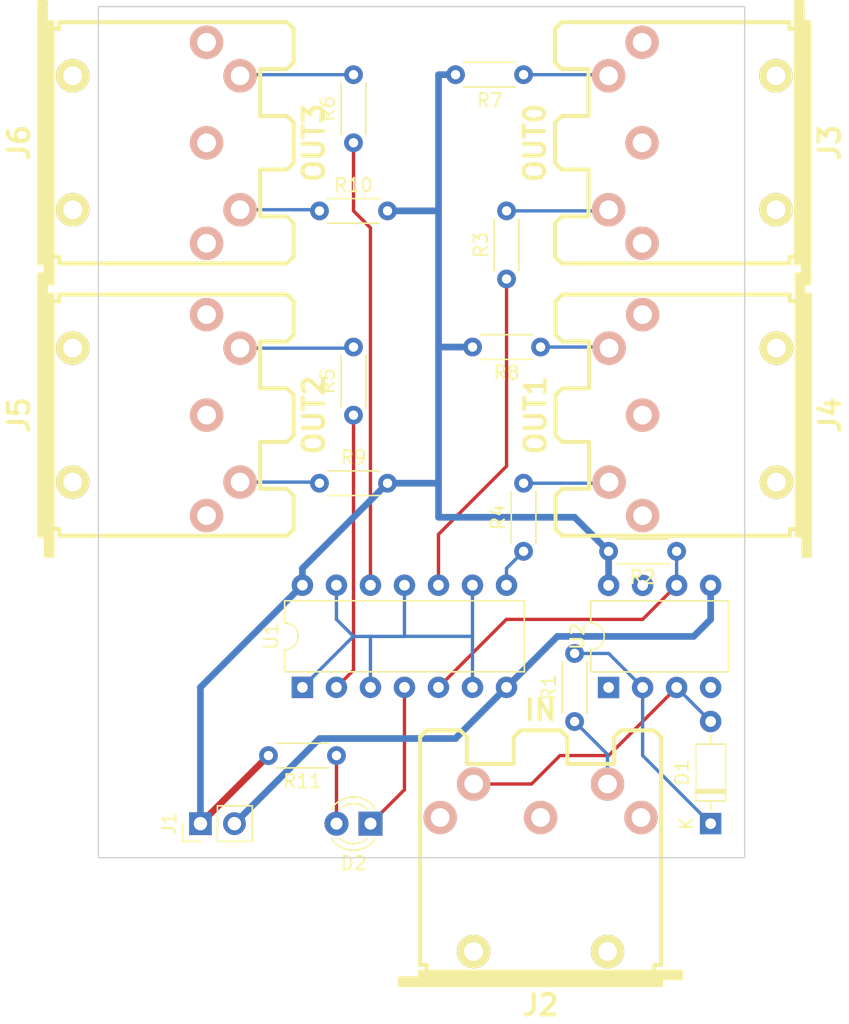
<source format=kicad_pcb>
(kicad_pcb (version 20211014) (generator pcbnew)
  (layers (0 "F.Cu" signal) (31 "B.Cu" signal) (34 "B.Paste" user) (35 "F.Paste" user) (36 "B.SilkS" user "B.Silkscreen") (37 "F.SilkS" user "F.Silkscreen") (38 "B.Mask" user) (39 "F.Mask" user) (44 "Edge.Cuts" user))
  (net 0 "")
  (net 1 "Net-(D1-Pad1)")
  (net 2 "Net-(D1-Pad2)")
  (net 3 "V5V")
  (net 4 "GND")
  (net 5 "Net-(R2-Pad1)")
  (net 10 "Net-(R1-Pad1)")
  (net 14 "Net-(R7-Pad1)")
  (net 17 "Net-(R3-Pad2)")
  (net 19 "Net-(R8-Pad1)")
  (net 22 "Net-(R4-Pad2)")
  (net 24 "Net-(R9-Pad1)")
  (net 27 "Net-(R5-Pad2)")
  (net 29 "Net-(R10-Pad1)")
  (net 32 "Net-(R6-Pad2)")
  (net 33 "Net-(R4-Pad1)")
  (net 34 "Net-(U1-Pad6)")
  (net 35 "Net-(R3-Pad1)")
  (net 36 "Net-(R5-Pad1)")
  (net 37 "Net-(R6-Pad1)")
  (net 38 "Net-(U1-Pad4)")
  (net 39 "Net-(D2-Pad2)")
  (footprint "Resistor_THT:R_Axial_DIN0204_L3.6mm_D1.6mm_P5.08mm_Horizontal" (layer "F.Cu") (at 241.3 66.04 180)
    (fp_text reference "R8" (at 2.54 -1.92) (layer "F.SilkS"))
    (fp_text value "220")
    (fp_line (start 0.62 -0.92) (end 4.46 -0.92) (layer "F.SilkS") (width 0.12))
    (fp_line (start 0.62 0.92) (end 4.46 0.92) (layer "F.SilkS") (width 0.12))
    (pad "1" thru_hole circle (at 0 0 180) (size 1.4 1.4) (drill 0.7) (layers *.Cu *.Mask) (net 19 "Net-(R8-Pad1)"))
    (pad "2" thru_hole oval (at 5.08 0 180) (size 1.4 1.4) (drill 0.7) (layers *.Cu *.Mask) (net 3 "V5V"))
  )
  (footprint "Connector_PinHeader_2.54mm:PinHeader_1x02_P2.54mm_Vertical" (layer "F.Cu") (at 215.9 101.6 90)
    (fp_text reference "J1" (at 0 -2.33 90) (layer "F.SilkS"))
    (fp_text value "PWR")
    (fp_line (start -1.33 1.27) (end 1.33 1.27) (layer "F.SilkS") (width 0.12))
    (fp_line (start -1.33 0) (end -1.33 -1.33) (layer "F.SilkS") (width 0.12))
    (fp_line (start 1.33 1.27) (end 1.33 3.87) (layer "F.SilkS") (width 0.12))
    (fp_line (start -1.33 3.87) (end 1.33 3.87) (layer "F.SilkS") (width 0.12))
    (fp_line (start -1.33 1.27) (end -1.33 3.87) (layer "F.SilkS") (width 0.12))
    (fp_line (start -1.33 -1.33) (end 0 -1.33) (layer "F.SilkS") (width 0.12))
    (pad "1" thru_hole rect (at 0 0 90) (size 1.7 1.7) (drill 1) (layers *.Cu *.Mask) (net 3 "V5V"))
    (pad "2" thru_hole oval (at 0 2.54 90) (size 1.7 1.7) (drill 1) (layers *.Cu *.Mask) (net 4 "GND"))
  )
  (footprint "LED_THT:LED_D3.0mm" (layer "F.Cu") (at 228.6 101.6 180)
    (fp_text reference "D2" (at 1.27 -2.96) (layer "F.SilkS"))
    (fp_text value "LED")
    (fp_line (start -0.29 -1.236) (end -0.29 -1.08) (layer "F.SilkS") (width 0.12))
    (fp_line (start -0.29 1.08) (end -0.29 1.236) (layer "F.SilkS") (width 0.12))
    (fp_arc (start 2.942335 1.078608) (mid 1.366487 1.987659) (end -0.29 1.235516) (layer "F.SilkS") (width 0.12))
    (fp_arc (start -0.29 -1.235516) (mid 1.366487 -1.987659) (end 2.942335 -1.078608) (layer "F.SilkS") (width 0.12))
    (fp_arc (start 0.229039 -1.08) (mid 1.270117 -1.5) (end 2.31113 -1.079837) (layer "F.SilkS") (width 0.12))
    (fp_arc (start 2.31113 1.079837) (mid 1.270117 1.5) (end 0.229039 1.08) (layer "F.SilkS") (width 0.12))
    (pad "1" thru_hole rect (at 0 0 180) (size 1.8 1.8) (drill 0.9) (layers *.Cu *.Mask) (net 38 "Net-(U1-Pad4)"))
    (pad "2" thru_hole circle (at 2.54 0 180) (size 1.8 1.8) (drill 0.9) (layers *.Cu *.Mask) (net 39 "Net-(D2-Pad2)"))
  )
  (footprint "Resistor_THT:R_Axial_DIN0204_L3.6mm_D1.6mm_P5.08mm_Horizontal" (layer "F.Cu") (at 243.84 93.98 90)
    (fp_text reference "R1" (at 2.54 -1.92 90) (layer "F.SilkS"))
    (fp_text value "220")
    (fp_line (start 0.62 0.92) (end 4.46 0.92) (layer "F.SilkS") (width 0.12))
    (fp_line (start 0.62 -0.92) (end 4.46 -0.92) (layer "F.SilkS") (width 0.12))
    (pad "1" thru_hole circle (at 0 0 90) (size 1.4 1.4) (drill 0.7) (layers *.Cu *.Mask) (net 10 "Net-(R1-Pad1)"))
    (pad "2" thru_hole oval (at 5.08 0 90) (size 1.4 1.4) (drill 0.7) (layers *.Cu *.Mask) (net 1 "Net-(D1-Pad1)"))
  )
  (footprint "Eurocad:MIDI_DIN5" (layer "F.Cu") (at 241.3 104.14)
    (fp_text reference "J2" (at 0 11.00074) (layer "F.SilkS") (effects (font (size 1.524 1.524) (thickness 0.3048))))
    (fp_text value "IN" (at 0 -11.00074) (layer "F.SilkS") (effects (font (size 1.524 1.524) (thickness 0.3048))))
    (fp_line (start 8.99922 8.001) (end 8.49884 8.001) (layer "F.SilkS") (width 0.3048))
    (fp_line (start -8.49884 -9.4996) (end -5.99948 -9.4996) (layer "F.SilkS") (width 0.3048))
    (fp_line (start -8.99922 -8.99922) (end -8.49884 -9.4996) (layer "F.SilkS") (width 0.3048))
    (fp_line (start -10.50036 9.4996) (end -10.50036 8.99922) (layer "F.SilkS") (width 0.3048))
    (fp_line (start 5.4991 -7.00024) (end 1.99898 -7.00024) (layer "F.SilkS") (width 0.3048))
    (fp_line (start 5.4991 -8.99922) (end 5.4991 -7.00024) (layer "F.SilkS") (width 0.3048))
    (fp_line (start -1.50114 -9.4996) (end -1.99898 -8.99922) (layer "F.SilkS") (width 0.3048))
    (fp_line (start -1.99898 -8.99922) (end -1.99898 -7.00024) (layer "F.SilkS") (width 0.3048))
    (fp_line (start 8.49884 8.49884) (end 8.49884 8.001) (layer "F.SilkS") (width 0.3048))
    (fp_line (start 8.99922 9.4996) (end -10.50036 9.4996) (layer "F.SilkS") (width 0.3048))
    (fp_line (start 5.99948 -9.4996) (end 5.4991 -8.99922) (layer "F.SilkS") (width 0.3048))
    (fp_line (start 8.99922 -8.99922) (end 8.99922 8.001) (layer "F.SilkS") (width 0.3048))
    (fp_line (start -8.99922 8.99922) (end -8.99922 8.49884) (layer "F.SilkS") (width 0.3048))
    (fp_line (start -5.4991 -8.99922) (end -5.4991 -7.00024) (layer "F.SilkS") (width 0.3048))
    (fp_line (start 8.99922 8.99922) (end -8.99922 8.99922) (layer "F.SilkS") (width 0.3048))
    (fp_line (start 10.50036 8.99922) (end 8.99922 8.99922) (layer "F.SilkS") (width 0.3048))
    (fp_line (start -8.99922 -8.99922) (end -8.99922 8.001) (layer "F.SilkS") (width 0.3048))
    (fp_line (start -1.50114 -9.4996) (end 1.50114 -9.4996) (layer "F.SilkS") (width 0.3048))
    (fp_line (start -5.4991 -7.00024) (end -1.99898 -7.00024) (layer "F.SilkS") (width 0.3048))
    (fp_line (start 8.99922 8.99922) (end 8.99922 9.4996) (layer "F.SilkS") (width 0.3048))
    (fp_line (start 6.49986 -9.4996) (end 5.99948 -9.4996) (layer "F.SilkS") (width 0.3048))
    (fp_line (start -8.99922 8.7503) (end 10.50036 8.7503) (layer "F.SilkS") (width 0.3048))
    (fp_line (start 1.99898 -8.99922) (end 1.99898 -7.00024) (layer "F.SilkS") (width 0.3048))
    (fp_line (start -8.49884 8.001) (end -8.49884 8.49884) (layer "F.SilkS") (width 0.3048))
    (fp_line (start -5.99948 -9.4996) (end -5.4991 -8.99922) (layer "F.SilkS") (width 0.3048))
    (fp_line (start 8.49884 -9.4996) (end 6.49986 -9.4996) (layer "F.SilkS") (width 0.3048))
    (fp_line (start 1.50114 -9.4996) (end 1.99898 -8.99922) (layer "F.SilkS") (width 0.3048))
    (fp_line (start 8.99922 -8.99922) (end 8.49884 -9.4996) (layer "F.SilkS") (width 0.3048))
    (fp_line (start 10.50036 8.49884) (end 10.50036 8.99922) (layer "F.SilkS") (width 0.3048))
    (fp_line (start -8.99922 8.001) (end -8.49884 8.001) (layer "F.SilkS") (width 0.3048))
    (fp_line (start -10.50036 8.99922) (end -8.99922 8.99922) (layer "F.SilkS") (width 0.3048))
    (fp_line (start -8.99922 8.49884) (end 10.50036 8.49884) (layer "F.SilkS") (width 0.3048))
    (fp_line (start -10.50036 9.25068) (end 8.99922 9.25068) (layer "F.SilkS") (width 0.3048))
    (pad "" np_thru_hole circle locked (at -5.00126 6.9977) (size 2.49936 2.49936) (drill 1.397) (layers *.Cu *.Mask "F.SilkS"))
    (pad "" np_thru_hole circle locked (at 5.00126 6.9977) (size 2.49936 2.49936) (drill 1.397) (layers *.Cu *.Mask "F.SilkS"))
    (pad "1" thru_hole circle locked (at 7.49808 -2.9972) (size 2.49936 2.49936) (drill 1.397) (layers *.Cu *.SilkS *.Mask))
    (pad "2" thru_hole circle locked (at 0 -2.99974) (size 2.49936 2.49936) (drill 1.397) (layers *.Cu *.SilkS *.Mask))
    (pad "3" thru_hole circle locked (at -7.49808 -2.9972) (size 2.49936 2.49936) (drill 1.397) (layers *.Cu *.SilkS *.Mask))
    (pad "4" thru_hole circle locked (at 4.99618 -5.4991) (size 2.49936 2.49936) (drill 1.397) (layers *.Cu *.SilkS *.Mask) (net 10 "Net-(R1-Pad1)"))
    (pad "5" thru_hole circle locked (at -4.99618 -5.4991) (size 2.49936 2.49936) (drill 1.397) (layers *.Cu *.SilkS *.Mask) (net 2 "Net-(D1-Pad2)"))
  )
  (footprint "Resistor_THT:R_Axial_DIN0204_L3.6mm_D1.6mm_P5.08mm_Horizontal" (layer "F.Cu") (at 240.03 45.72 180)
    (fp_text reference "R7" (at 2.54 -1.92) (layer "F.SilkS"))
    (fp_text value "220")
    (fp_line (start 0.62 -0.92) (end 4.46 -0.92) (layer "F.SilkS") (width 0.12))
    (fp_line (start 0.62 0.92) (end 4.46 0.92) (layer "F.SilkS") (width 0.12))
    (pad "1" thru_hole circle (at 0 0 180) (size 1.4 1.4) (drill 0.7) (layers *.Cu *.Mask) (net 14 "Net-(R7-Pad1)"))
    (pad "2" thru_hole oval (at 5.08 0 180) (size 1.4 1.4) (drill 0.7) (layers *.Cu *.Mask) (net 3 "V5V"))
  )
  (footprint "Eurocad:MIDI_DIN5" (layer "F.Cu") (at 213.36 50.8 -90)
    (fp_text reference "J6" (at 0 11.00074 90) (layer "F.SilkS") (effects (font (size 1.524 1.524) (thickness 0.3048))))
    (fp_text value "OUT3" (at 0 -11.00074 90) (layer "F.SilkS") (effects (font (size 1.524 1.524) (thickness 0.3048))))
    (fp_line (start -8.49884 -9.4996) (end -5.99948 -9.4996) (layer "F.SilkS") (width 0.3048))
    (fp_line (start 6.49986 -9.4996) (end 5.99948 -9.4996) (layer "F.SilkS") (width 0.3048))
    (fp_line (start -8.99922 8.49884) (end 10.50036 8.49884) (layer "F.SilkS") (width 0.3048))
    (fp_line (start 8.99922 -8.99922) (end 8.99922 8.001) (layer "F.SilkS") (width 0.3048))
    (fp_line (start 5.4991 -7.00024) (end 1.99898 -7.00024) (layer "F.SilkS") (width 0.3048))
    (fp_line (start -8.99922 8.001) (end -8.49884 8.001) (layer "F.SilkS") (width 0.3048))
    (fp_line (start -5.4991 -7.00024) (end -1.99898 -7.00024) (layer "F.SilkS") (width 0.3048))
    (fp_line (start 5.4991 -8.99922) (end 5.4991 -7.00024) (layer "F.SilkS") (width 0.3048))
    (fp_line (start -5.4991 -8.99922) (end -5.4991 -7.00024) (layer "F.SilkS") (width 0.3048))
    (fp_line (start -1.99898 -8.99922) (end -1.99898 -7.00024) (layer "F.SilkS") (width 0.3048))
    (fp_line (start -10.50036 9.4996) (end -10.50036 8.99922) (layer "F.SilkS") (width 0.3048))
    (fp_line (start 8.99922 8.001) (end 8.49884 8.001) (layer "F.SilkS") (width 0.3048))
    (fp_line (start -10.50036 9.25068) (end 8.99922 9.25068) (layer "F.SilkS") (width 0.3048))
    (fp_line (start 5.99948 -9.4996) (end 5.4991 -8.99922) (layer "F.SilkS") (width 0.3048))
    (fp_line (start -5.99948 -9.4996) (end -5.4991 -8.99922) (layer "F.SilkS") (width 0.3048))
    (fp_line (start 8.49884 -9.4996) (end 6.49986 -9.4996) (layer "F.SilkS") (width 0.3048))
    (fp_line (start -8.99922 8.7503) (end 10.50036 8.7503) (layer "F.SilkS") (width 0.3048))
    (fp_line (start 10.50036 8.99922) (end 8.99922 8.99922) (layer "F.SilkS") (width 0.3048))
    (fp_line (start 10.50036 8.49884) (end 10.50036 8.99922) (layer "F.SilkS") (width 0.3048))
    (fp_line (start 8.99922 8.99922) (end -8.99922 8.99922) (layer "F.SilkS") (width 0.3048))
    (fp_line (start -8.99922 -8.99922) (end -8.49884 -9.4996) (layer "F.SilkS") (width 0.3048))
    (fp_line (start -8.99922 8.99922) (end -8.99922 8.49884) (layer "F.SilkS") (width 0.3048))
    (fp_line (start -1.50114 -9.4996) (end -1.99898 -8.99922) (layer "F.SilkS") (width 0.3048))
    (fp_line (start 1.50114 -9.4996) (end 1.99898 -8.99922) (layer "F.SilkS") (width 0.3048))
    (fp_line (start 8.99922 9.4996) (end -10.50036 9.4996) (layer "F.SilkS") (width 0.3048))
    (fp_line (start -8.49884 8.001) (end -8.49884 8.49884) (layer "F.SilkS") (width 0.3048))
    (fp_line (start -8.99922 -8.99922) (end -8.99922 8.001) (layer "F.SilkS") (width 0.3048))
    (fp_line (start -10.50036 8.99922) (end -8.99922 8.99922) (layer "F.SilkS") (width 0.3048))
    (fp_line (start 1.99898 -8.99922) (end 1.99898 -7.00024) (layer "F.SilkS") (width 0.3048))
    (fp_line (start 8.99922 -8.99922) (end 8.49884 -9.4996) (layer "F.SilkS") (width 0.3048))
    (fp_line (start 8.49884 8.49884) (end 8.49884 8.001) (layer "F.SilkS") (width 0.3048))
    (fp_line (start 8.99922 8.99922) (end 8.99922 9.4996) (layer "F.SilkS") (width 0.3048))
    (fp_line (start -1.50114 -9.4996) (end 1.50114 -9.4996) (layer "F.SilkS") (width 0.3048))
    (pad "" np_thru_hole circle locked (at -5.00126 6.9977 270) (size 2.49936 2.49936) (drill 1.397) (layers *.Cu *.Mask "F.SilkS"))
    (pad "" np_thru_hole circle locked (at 5.00126 6.9977 270) (size 2.49936 2.49936) (drill 1.397) (layers *.Cu *.Mask "F.SilkS"))
    (pad "1" thru_hole circle locked (at 7.49808 -2.9972 270) (size 2.49936 2.49936) (drill 1.397) (layers *.Cu *.SilkS *.Mask))
    (pad "2" thru_hole circle locked (at 0 -2.99974 270) (size 2.49936 2.49936) (drill 1.397) (layers *.Cu *.SilkS *.Mask))
    (pad "3" thru_hole circle locked (at -7.49808 -2.9972 270) (size 2.49936 2.49936) (drill 1.397) (layers *.Cu *.SilkS *.Mask))
    (pad "4" thru_hole circle locked (at 4.99618 -5.4991 270) (size 2.49936 2.49936) (drill 1.397) (layers *.Cu *.SilkS *.Mask) (net 29 "Net-(R10-Pad1)"))
    (pad "5" thru_hole circle locked (at -4.99618 -5.4991 270) (size 2.49936 2.49936) (drill 1.397) (layers *.Cu *.SilkS *.Mask) (net 32 "Net-(R6-Pad2)"))
  )
  (footprint "Eurocad:MIDI_DIN5" (layer "F.Cu") (at 213.36 71.12 -90)
    (fp_text reference "J5" (at 0 11.00074 90) (layer "F.SilkS") (effects (font (size 1.524 1.524) (thickness 0.3048))))
    (fp_text value "OUT2" (at 0 -11.00074 90) (layer "F.SilkS") (effects (font (size 1.524 1.524) (thickness 0.3048))))
    (fp_line (start 10.50036 8.49884) (end 10.50036 8.99922) (layer "F.SilkS") (width 0.3048))
    (fp_line (start 5.99948 -9.4996) (end 5.4991 -8.99922) (layer "F.SilkS") (width 0.3048))
    (fp_line (start -8.49884 8.001) (end -8.49884 8.49884) (layer "F.SilkS") (width 0.3048))
    (fp_line (start 6.49986 -9.4996) (end 5.99948 -9.4996) (layer "F.SilkS") (width 0.3048))
    (fp_line (start 8.99922 9.4996) (end -10.50036 9.4996) (layer "F.SilkS") (width 0.3048))
    (fp_line (start -8.99922 8.49884) (end 10.50036 8.49884) (layer "F.SilkS") (width 0.3048))
    (fp_line (start -1.50114 -9.4996) (end -1.99898 -8.99922) (layer "F.SilkS") (width 0.3048))
    (fp_line (start 10.50036 8.99922) (end 8.99922 8.99922) (layer "F.SilkS") (width 0.3048))
    (fp_line (start 8.49884 8.49884) (end 8.49884 8.001) (layer "F.SilkS") (width 0.3048))
    (fp_line (start -8.99922 8.99922) (end -8.99922 8.49884) (layer "F.SilkS") (width 0.3048))
    (fp_line (start -8.99922 -8.99922) (end -8.49884 -9.4996) (layer "F.SilkS") (width 0.3048))
    (fp_line (start 8.99922 8.001) (end 8.49884 8.001) (layer "F.SilkS") (width 0.3048))
    (fp_line (start -8.49884 -9.4996) (end -5.99948 -9.4996) (layer "F.SilkS") (width 0.3048))
    (fp_line (start 1.50114 -9.4996) (end 1.99898 -8.99922) (layer "F.SilkS") (width 0.3048))
    (fp_line (start 5.4991 -7.00024) (end 1.99898 -7.00024) (layer "F.SilkS") (width 0.3048))
    (fp_line (start 8.99922 -8.99922) (end 8.99922 8.001) (layer "F.SilkS") (width 0.3048))
    (fp_line (start -5.4991 -8.99922) (end -5.4991 -7.00024) (layer "F.SilkS") (width 0.3048))
    (fp_line (start 8.99922 8.99922) (end -8.99922 8.99922) (layer "F.SilkS") (width 0.3048))
    (fp_line (start 5.4991 -8.99922) (end 5.4991 -7.00024) (layer "F.SilkS") (width 0.3048))
    (fp_line (start -8.99922 8.7503) (end 10.50036 8.7503) (layer "F.SilkS") (width 0.3048))
    (fp_line (start -8.99922 -8.99922) (end -8.99922 8.001) (layer "F.SilkS") (width 0.3048))
    (fp_line (start -10.50036 9.4996) (end -10.50036 8.99922) (layer "F.SilkS") (width 0.3048))
    (fp_line (start -8.99922 8.001) (end -8.49884 8.001) (layer "F.SilkS") (width 0.3048))
    (fp_line (start -1.99898 -8.99922) (end -1.99898 -7.00024) (layer "F.SilkS") (width 0.3048))
    (fp_line (start -5.4991 -7.00024) (end -1.99898 -7.00024) (layer "F.SilkS") (width 0.3048))
    (fp_line (start 8.99922 8.99922) (end 8.99922 9.4996) (layer "F.SilkS") (width 0.3048))
    (fp_line (start -10.50036 9.25068) (end 8.99922 9.25068) (layer "F.SilkS") (width 0.3048))
    (fp_line (start 8.49884 -9.4996) (end 6.49986 -9.4996) (layer "F.SilkS") (width 0.3048))
    (fp_line (start 1.99898 -8.99922) (end 1.99898 -7.00024) (layer "F.SilkS") (width 0.3048))
    (fp_line (start -10.50036 8.99922) (end -8.99922 8.99922) (layer "F.SilkS") (width 0.3048))
    (fp_line (start -1.50114 -9.4996) (end 1.50114 -9.4996) (layer "F.SilkS") (width 0.3048))
    (fp_line (start -5.99948 -9.4996) (end -5.4991 -8.99922) (layer "F.SilkS") (width 0.3048))
    (fp_line (start 8.99922 -8.99922) (end 8.49884 -9.4996) (layer "F.SilkS") (width 0.3048))
    (pad "" np_thru_hole circle locked (at -5.00126 6.9977 270) (size 2.49936 2.49936) (drill 1.397) (layers *.Cu *.Mask "F.SilkS"))
    (pad "" np_thru_hole circle locked (at 5.00126 6.9977 270) (size 2.49936 2.49936) (drill 1.397) (layers *.Cu *.Mask "F.SilkS"))
    (pad "1" thru_hole circle locked (at 7.49808 -2.9972 270) (size 2.49936 2.49936) (drill 1.397) (layers *.Cu *.SilkS *.Mask))
    (pad "2" thru_hole circle locked (at 0 -2.99974 270) (size 2.49936 2.49936) (drill 1.397) (layers *.Cu *.SilkS *.Mask))
    (pad "3" thru_hole circle locked (at -7.49808 -2.9972 270) (size 2.49936 2.49936) (drill 1.397) (layers *.Cu *.SilkS *.Mask))
    (pad "4" thru_hole circle locked (at 4.99618 -5.4991 270) (size 2.49936 2.49936) (drill 1.397) (layers *.Cu *.SilkS *.Mask) (net 24 "Net-(R9-Pad1)"))
    (pad "5" thru_hole circle locked (at -4.99618 -5.4991 270) (size 2.49936 2.49936) (drill 1.397) (layers *.Cu *.SilkS *.Mask) (net 27 "Net-(R5-Pad2)"))
  )
  (footprint "Package_DIP:DIP-8_W7.62mm" (layer "F.Cu") (at 246.38 91.44 90)
    (fp_text reference "U2" (at 3.81 -2.33 90) (layer "F.SilkS"))
    (fp_text value "6N138")
    (fp_line (start 1.16 8.95) (end 6.46 8.95) (layer "F.SilkS") (width 0.12))
    (fp_line (start 2.81 -1.33) (end 1.16 -1.33) (layer "F.SilkS") (width 0.12))
    (fp_line (start 6.46 -1.33) (end 4.81 -1.33) (layer "F.SilkS") (width 0.12))
    (fp_line (start 6.46 8.95) (end 6.46 -1.33) (layer "F.SilkS") (width 0.12))
    (fp_line (start 1.16 -1.33) (end 1.16 8.95) (layer "F.SilkS") (width 0.12))
    (fp_arc (start 4.81 -1.33) (mid 3.81 -0.33) (end 2.81 -1.33) (layer "F.SilkS") (width 0.12))
    (pad "1" thru_hole rect (at 0 0 90) (size 1.6 1.6) (drill 0.8) (layers *.Cu *.Mask))
    (pad "2" thru_hole oval (at 0 2.54 90) (size 1.6 1.6) (drill 0.8) (layers *.Cu *.Mask) (net 1 "Net-(D1-Pad1)"))
    (pad "3" thru_hole oval (at 0 5.08 90) (size 1.6 1.6) (drill 0.8) (layers *.Cu *.Mask) (net 2 "Net-(D1-Pad2)"))
    (pad "4" thru_hole oval (at 0 7.62 90) (size 1.6 1.6) (drill 0.8) (layers *.Cu *.Mask))
    (pad "5" thru_hole oval (at 7.62 7.62 90) (size 1.6 1.6) (drill 0.8) (layers *.Cu *.Mask) (net 4 "GND"))
    (pad "6" thru_hole oval (at 7.62 5.08 90) (size 1.6 1.6) (drill 0.8) (layers *.Cu *.Mask) (net 5 "Net-(R2-Pad1)"))
    (pad "7" thru_hole oval (at 7.62 2.54 90) (size 1.6 1.6) (drill 0.8) (layers *.Cu *.Mask))
    (pad "8" thru_hole oval (at 7.62 0 90) (size 1.6 1.6) (drill 0.8) (layers *.Cu *.Mask) (net 3 "V5V"))
  )
  (footprint "Resistor_THT:R_Axial_DIN0204_L3.6mm_D1.6mm_P5.08mm_Horizontal" (layer "F.Cu") (at 224.79 55.88)
    (fp_text reference "R10" (at 2.54 -1.92) (layer "F.SilkS"))
    (fp_text value "220")
    (fp_line (start 0.62 -0.92) (end 4.46 -0.92) (layer "F.SilkS") (width 0.12))
    (fp_line (start 0.62 0.92) (end 4.46 0.92) (layer "F.SilkS") (width 0.12))
    (pad "1" thru_hole circle (at 0 0) (size 1.4 1.4) (drill 0.7) (layers *.Cu *.Mask) (net 29 "Net-(R10-Pad1)"))
    (pad "2" thru_hole oval (at 5.08 0) (size 1.4 1.4) (drill 0.7) (layers *.Cu *.Mask) (net 3 "V5V"))
  )
  (footprint "Resistor_THT:R_Axial_DIN0204_L3.6mm_D1.6mm_P5.08mm_Horizontal" (layer "F.Cu") (at 251.46 81.28 180)
    (fp_text reference "R2" (at 2.54 -1.92) (layer "F.SilkS"))
    (fp_text value "270")
    (fp_line (start 0.62 -0.92) (end 4.46 -0.92) (layer "F.SilkS") (width 0.12))
    (fp_line (start 0.62 0.92) (end 4.46 0.92) (layer "F.SilkS") (width 0.12))
    (pad "1" thru_hole circle (at 0 0 180) (size 1.4 1.4) (drill 0.7) (layers *.Cu *.Mask) (net 5 "Net-(R2-Pad1)"))
    (pad "2" thru_hole oval (at 5.08 0 180) (size 1.4 1.4) (drill 0.7) (layers *.Cu *.Mask) (net 3 "V5V"))
  )
  (footprint "Resistor_THT:R_Axial_DIN0204_L3.6mm_D1.6mm_P5.08mm_Horizontal" (layer "F.Cu") (at 227.33 71.12 90)
    (fp_text reference "R5" (at 2.54 -1.92 90) (layer "F.SilkS"))
    (fp_text value "220")
    (fp_line (start 0.62 -0.92) (end 4.46 -0.92) (layer "F.SilkS") (width 0.12))
    (fp_line (start 0.62 0.92) (end 4.46 0.92) (layer "F.SilkS") (width 0.12))
    (pad "1" thru_hole circle (at 0 0 90) (size 1.4 1.4) (drill 0.7) (layers *.Cu *.Mask) (net 36 "Net-(R5-Pad1)"))
    (pad "2" thru_hole oval (at 5.08 0 90) (size 1.4 1.4) (drill 0.7) (layers *.Cu *.Mask) (net 27 "Net-(R5-Pad2)"))
  )
  (footprint "Resistor_THT:R_Axial_DIN0204_L3.6mm_D1.6mm_P5.08mm_Horizontal" (layer "F.Cu") (at 238.76 60.96 90)
    (fp_text reference "R3" (at 2.54 -1.92 90) (layer "F.SilkS"))
    (fp_text value "220")
    (fp_line (start 0.62 -0.92) (end 4.46 -0.92) (layer "F.SilkS") (width 0.12))
    (fp_line (start 0.62 0.92) (end 4.46 0.92) (layer "F.SilkS") (width 0.12))
    (pad "1" thru_hole circle (at 0 0 90) (size 1.4 1.4) (drill 0.7) (layers *.Cu *.Mask) (net 35 "Net-(R3-Pad1)"))
    (pad "2" thru_hole oval (at 5.08 0 90) (size 1.4 1.4) (drill 0.7) (layers *.Cu *.Mask) (net 17 "Net-(R3-Pad2)"))
  )
  (footprint "Package_DIP:DIP-14_W7.62mm" (layer "F.Cu") (at 223.515 91.43 90)
    (fp_text reference "U1" (at 3.81 -2.33 90) (layer "F.SilkS"))
    (fp_text value "74HC14")
    (fp_line (start 1.16 16.57) (end 6.46 16.57) (layer "F.SilkS") (width 0.12))
    (fp_line (start 6.46 -1.33) (end 4.81 -1.33) (layer "F.SilkS") (width 0.12))
    (fp_line (start 1.16 -1.33) (end 1.16 16.57) (layer "F.SilkS") (width 0.12))
    (fp_line (start 6.46 16.57) (end 6.46 -1.33) (layer "F.SilkS") (width 0.12))
    (fp_line (start 2.81 -1.33) (end 1.16 -1.33) (layer "F.SilkS") (width 0.12))
    (fp_arc (start 4.81 -1.33) (mid 3.81 -0.33) (end 2.81 -1.33) (layer "F.SilkS") (width 0.12))
    (pad "1" thru_hole rect (at 0 0 90) (size 1.6 1.6) (drill 0.8) (layers *.Cu *.Mask) (net 34 "Net-(U1-Pad6)"))
    (pad "2" thru_hole oval (at 0 2.54 90) (size 1.6 1.6) (drill 0.8) (layers *.Cu *.Mask) (net 36 "Net-(R5-Pad1)"))
    (pad "3" thru_hole oval (at 0 5.08 90) (size 1.6 1.6) (drill 0.8) (layers *.Cu *.Mask) (net 34 "Net-(U1-Pad6)"))
    (pad "4" thru_hole oval (at 0 7.62 90) (size 1.6 1.6) (drill 0.8) (layers *.Cu *.Mask) (net 38 "Net-(U1-Pad4)"))
    (pad "5" thru_hole oval (at 0 10.16 90) (size 1.6 1.6) (drill 0.8) (layers *.Cu *.Mask) (net 5 "Net-(R2-Pad1)"))
    (pad "6" thru_hole oval (at 0 12.7 90) (size 1.6 1.6) (drill 0.8) (layers *.Cu *.Mask) (net 34 "Net-(U1-Pad6)"))
    (pad "7" thru_hole oval (at 0 15.24 90) (size 1.6 1.6) (drill 0.8) (layers *.Cu *.Mask) (net 4 "GND"))
    (pad "8" thru_hole oval (at 7.62 15.24 90) (size 1.6 1.6) (drill 0.8) (layers *.Cu *.Mask) (net 33 "Net-(R4-Pad1)"))
    (pad "9" thru_hole oval (at 7.62 12.7 90) (size 1.6 1.6) (drill 0.8) (layers *.Cu *.Mask) (net 34 "Net-(U1-Pad6)"))
    (pad "10" thru_hole oval (at 7.62 10.16 90) (size 1.6 1.6) (drill 0.8) (layers *.Cu *.Mask) (net 35 "Net-(R3-Pad1)"))
    (pad "11" thru_hole oval (at 7.62 7.62 90) (size 1.6 1.6) (drill 0.8) (layers *.Cu *.Mask) (net 34 "Net-(U1-Pad6)"))
    (pad "12" thru_hole oval (at 7.62 5.08 90) (size 1.6 1.6) (drill 0.8) (layers *.Cu *.Mask) (net 37 "Net-(R6-Pad1)"))
    (pad "13" thru_hole oval (at 7.62 2.54 90) (size 1.6 1.6) (drill 0.8) (layers *.Cu *.Mask) (net 34 "Net-(U1-Pad6)"))
    (pad "14" thru_hole oval (at 7.62 0 90) (size 1.6 1.6) (drill 0.8) (layers *.Cu *.Mask) (net 3 "V5V"))
  )
  (footprint "Resistor_THT:R_Axial_DIN0204_L3.6mm_D1.6mm_P5.08mm_Horizontal" (layer "F.Cu") (at 240.03 81.28 90)
    (fp_text reference "R4" (at 2.54 -1.92 90) (layer "F.SilkS"))
    (fp_text value "220")
    (fp_line (start 0.62 0.92) (end 4.46 0.92) (layer "F.SilkS") (width 0.12))
    (fp_line (start 0.62 -0.92) (end 4.46 -0.92) (layer "F.SilkS") (width 0.12))
    (pad "1" thru_hole circle (at 0 0 90) (size 1.4 1.4) (drill 0.7) (layers *.Cu *.Mask) (net 33 "Net-(R4-Pad1)"))
    (pad "2" thru_hole oval (at 5.08 0 90) (size 1.4 1.4) (drill 0.7) (layers *.Cu *.Mask) (net 22 "Net-(R4-Pad2)"))
  )
  (footprint "Resistor_THT:R_Axial_DIN0204_L3.6mm_D1.6mm_P5.08mm_Horizontal" (layer "F.Cu") (at 227.33 50.8 90)
    (fp_text reference "R6" (at 2.54 -1.92 90) (layer "F.SilkS"))
    (fp_text value "220")
    (fp_line (start 0.62 -0.92) (end 4.46 -0.92) (layer "F.SilkS") (width 0.12))
    (fp_line (start 0.62 0.92) (end 4.46 0.92) (layer "F.SilkS") (width 0.12))
    (pad "1" thru_hole circle (at 0 0 90) (size 1.4 1.4) (drill 0.7) (layers *.Cu *.Mask) (net 37 "Net-(R6-Pad1)"))
    (pad "2" thru_hole oval (at 5.08 0 90) (size 1.4 1.4) (drill 0.7) (layers *.Cu *.Mask) (net 32 "Net-(R6-Pad2)"))
  )
  (footprint "Resistor_THT:R_Axial_DIN0204_L3.6mm_D1.6mm_P5.08mm_Horizontal" (layer "F.Cu") (at 226.06 96.52 180)
    (fp_text reference "R11" (at 2.54 -1.92) (layer "F.SilkS"))
    (fp_text value "560")
    (fp_line (start 0.62 0.92) (end 4.46 0.92) (layer "F.SilkS") (width 0.12))
    (fp_line (start 0.62 -0.92) (end 4.46 -0.92) (layer "F.SilkS") (width 0.12))
    (pad "1" thru_hole circle (at 0 0 180) (size 1.4 1.4) (drill 0.7) (layers *.Cu *.Mask) (net 39 "Net-(D2-Pad2)"))
    (pad "2" thru_hole oval (at 5.08 0 180) (size 1.4 1.4) (drill 0.7) (layers *.Cu *.Mask) (net 3 "V5V"))
  )
  (footprint "Resistor_THT:R_Axial_DIN0204_L3.6mm_D1.6mm_P5.08mm_Horizontal" (layer "F.Cu") (at 224.79 76.2)
    (fp_text reference "R9" (at 2.54 -1.92) (layer "F.SilkS"))
    (fp_text value "220")
    (fp_line (start 0.62 -0.92) (end 4.46 -0.92) (layer "F.SilkS") (width 0.12))
    (fp_line (start 0.62 0.92) (end 4.46 0.92) (layer "F.SilkS") (width 0.12))
    (pad "1" thru_hole circle (at 0 0) (size 1.4 1.4) (drill 0.7) (layers *.Cu *.Mask) (net 24 "Net-(R9-Pad1)"))
    (pad "2" thru_hole oval (at 5.08 0) (size 1.4 1.4) (drill 0.7) (layers *.Cu *.Mask) (net 3 "V5V"))
  )
  (footprint "Eurocad:MIDI_DIN5" (layer "F.Cu") (at 251.8791 50.8 90)
    (fp_text reference "J3" (at 0 11.00074 90) (layer "F.SilkS") (effects (font (size 1.524 1.524) (thickness 0.3048))))
    (fp_text value "OUT0" (at 0 -11.00074 90) (layer "F.SilkS") (effects (font (size 1.524 1.524) (thickness 0.3048))))
    (fp_line (start 5.4991 -7.00024) (end 1.99898 -7.00024) (layer "F.SilkS") (width 0.3048))
    (fp_line (start -1.99898 -8.99922) (end -1.99898 -7.00024) (layer "F.SilkS") (width 0.3048))
    (fp_line (start -8.99922 8.7503) (end 10.50036 8.7503) (layer "F.SilkS") (width 0.3048))
    (fp_line (start -8.49884 -9.4996) (end -5.99948 -9.4996) (layer "F.SilkS") (width 0.3048))
    (fp_line (start -8.99922 -8.99922) (end -8.49884 -9.4996) (layer "F.SilkS") (width 0.3048))
    (fp_line (start 10.50036 8.49884) (end 10.50036 8.99922) (layer "F.SilkS") (width 0.3048))
    (fp_line (start 5.99948 -9.4996) (end 5.4991 -8.99922) (layer "F.SilkS") (width 0.3048))
    (fp_line (start -8.99922 -8.99922) (end -8.99922 8.001) (layer "F.SilkS") (width 0.3048))
    (fp_line (start 8.99922 8.99922) (end -8.99922 8.99922) (layer "F.SilkS") (width 0.3048))
    (fp_line (start 6.49986 -9.4996) (end 5.99948 -9.4996) (layer "F.SilkS") (width 0.3048))
    (fp_line (start -10.50036 8.99922) (end -8.99922 8.99922) (layer "F.SilkS") (width 0.3048))
    (fp_line (start 1.99898 -8.99922) (end 1.99898 -7.00024) (layer "F.SilkS") (width 0.3048))
    (fp_line (start -5.4991 -8.99922) (end -5.4991 -7.00024) (layer "F.SilkS") (width 0.3048))
    (fp_line (start 8.49884 8.49884) (end 8.49884 8.001) (layer "F.SilkS") (width 0.3048))
    (fp_line (start -10.50036 9.25068) (end 8.99922 9.25068) (layer "F.SilkS") (width 0.3048))
    (fp_line (start 1.50114 -9.4996) (end 1.99898 -8.99922) (layer "F.SilkS") (width 0.3048))
    (fp_line (start 8.99922 -8.99922) (end 8.49884 -9.4996) (layer "F.SilkS") (width 0.3048))
    (fp_line (start 5.4991 -8.99922) (end 5.4991 -7.00024) (layer "F.SilkS") (width 0.3048))
    (fp_line (start -5.4991 -7.00024) (end -1.99898 -7.00024) (layer "F.SilkS") (width 0.3048))
    (fp_line (start -8.99922 8.49884) (end 10.50036 8.49884) (layer "F.SilkS") (width 0.3048))
    (fp_line (start -1.50114 -9.4996) (end 1.50114 -9.4996) (layer "F.SilkS") (width 0.3048))
    (fp_line (start 8.49884 -9.4996) (end 6.49986 -9.4996) (layer "F.SilkS") (width 0.3048))
    (fp_line (start -8.49884 8.001) (end -8.49884 8.49884) (layer "F.SilkS") (width 0.3048))
    (fp_line (start -5.99948 -9.4996) (end -5.4991 -8.99922) (layer "F.SilkS") (width 0.3048))
    (fp_line (start -10.50036 9.4996) (end -10.50036 8.99922) (layer "F.SilkS") (width 0.3048))
    (fp_line (start -8.99922 8.001) (end -8.49884 8.001) (layer "F.SilkS") (width 0.3048))
    (fp_line (start 8.99922 9.4996) (end -10.50036 9.4996) (layer "F.SilkS") (width 0.3048))
    (fp_line (start 10.50036 8.99922) (end 8.99922 8.99922) (layer "F.SilkS") (width 0.3048))
    (fp_line (start -1.50114 -9.4996) (end -1.99898 -8.99922) (layer "F.SilkS") (width 0.3048))
    (fp_line (start 8.99922 8.99922) (end 8.99922 9.4996) (layer "F.SilkS") (width 0.3048))
    (fp_line (start 8.99922 -8.99922) (end 8.99922 8.001) (layer "F.SilkS") (width 0.3048))
    (fp_line (start -8.99922 8.99922) (end -8.99922 8.49884) (layer "F.SilkS") (width 0.3048))
    (fp_line (start 8.99922 8.001) (end 8.49884 8.001) (layer "F.SilkS") (width 0.3048))
    (pad "" np_thru_hole circle locked (at -5.00126 6.9977 90) (size 2.49936 2.49936) (drill 1.397) (layers *.Cu *.Mask "F.SilkS"))
    (pad "" np_thru_hole circle locked (at 5.00126 6.9977 90) (size 2.49936 2.49936) (drill 1.397) (layers *.Cu *.Mask "F.SilkS"))
    (pad "1" thru_hole circle locked (at 7.49808 -2.9972 90) (size 2.49936 2.49936) (drill 1.397) (layers *.Cu *.SilkS *.Mask))
    (pad "2" thru_hole circle locked (at 0 -2.99974 90) (size 2.49936 2.49936) (drill 1.397) (layers *.Cu *.SilkS *.Mask))
    (pad "3" thru_hole circle locked (at -7.49808 -2.9972 90) (size 2.49936 2.49936) (drill 1.397) (layers *.Cu *.SilkS *.Mask))
    (pad "4" thru_hole circle locked (at 4.99618 -5.4991 90) (size 2.49936 2.49936) (drill 1.397) (layers *.Cu *.SilkS *.Mask) (net 14 "Net-(R7-Pad1)"))
    (pad "5" thru_hole circle locked (at -4.99618 -5.4991 90) (size 2.49936 2.49936) (drill 1.397) (layers *.Cu *.SilkS *.Mask) (net 17 "Net-(R3-Pad2)"))
  )
  (footprint "Diode_THT:D_DO-35_SOD27_P7.62mm_Horizontal" (layer "F.Cu") (at 254 101.6 90)
    (fp_text reference "D1" (at 3.81 -2.12 90) (layer "F.SilkS"))
    (fp_text value "1N4148")
    (fp_text user "K" (at 0 -1.8 90) (layer "F.SilkS"))
    (fp_line (start 2.29 -1.12) (end 2.29 1.12) (layer "F.SilkS") (width 0.12))
    (fp_line (start 1.69 -1.12) (end 1.69 1.12) (layer "F.SilkS") (width 0.12))
    (fp_line (start 1.04 0) (end 1.69 0) (layer "F.SilkS") (width 0.12))
    (fp_line (start 1.69 1.12) (end 5.93 1.12) (layer "F.SilkS") (width 0.12))
    (fp_line (start 2.53 -1.12) (end 2.53 1.12) (layer "F.SilkS") (width 0.12))
    (fp_line (start 5.93 1.12) (end 5.93 -1.12) (layer "F.SilkS") (width 0.12))
    (fp_line (start 2.41 -1.12) (end 2.41 1.12) (layer "F.SilkS") (width 0.12))
    (fp_line (start 5.93 -1.12) (end 1.69 -1.12) (layer "F.SilkS") (width 0.12))
    (fp_line (start 6.58 0) (end 5.93 0) (layer "F.SilkS") (width 0.12))
    (pad "1" thru_hole rect (at 0 0 90) (size 1.6 1.6) (drill 0.8) (layers *.Cu *.Mask) (net 1 "Net-(D1-Pad1)"))
    (pad "2" thru_hole oval (at 7.62 0 90) (size 1.6 1.6) (drill 0.8) (layers *.Cu *.Mask) (net 2 "Net-(D1-Pad2)"))
  )
  (footprint "Eurocad:MIDI_DIN5" (layer "F.Cu") (at 251.9172 71.12 90)
    (fp_text reference "J4" (at 0 11.00074 90) (layer "F.SilkS") (effects (font (size 1.524 1.524) (thickness 0.3048))))
    (fp_text value "OUT1" (at 0 -11.00074 90) (layer "F.SilkS") (effects (font (size 1.524 1.524) (thickness 0.3048))))
    (fp_line (start 8.99922 8.99922) (end 8.99922 9.4996) (layer "F.SilkS") (width 0.3048))
    (fp_line (start -10.50036 9.25068) (end 8.99922 9.25068) (layer "F.SilkS") (width 0.3048))
    (fp_line (start 8.49884 -9.4996) (end 6.49986 -9.4996) (layer "F.SilkS") (width 0.3048))
    (fp_line (start -8.99922 8.7503) (end 10.50036 8.7503) (layer "F.SilkS") (width 0.3048))
    (fp_line (start -8.99922 8.001) (end -8.49884 8.001) (layer "F.SilkS") (width 0.3048))
    (fp_line (start -5.4991 -8.99922) (end -5.4991 -7.00024) (layer "F.SilkS") (width 0.3048))
    (fp_line (start -8.49884 8.001) (end -8.49884 8.49884) (layer "F.SilkS") (width 0.3048))
    (fp_line (start -8.99922 8.99922) (end -8.99922 8.49884) (layer "F.SilkS") (width 0.3048))
    (fp_line (start 8.49884 8.49884) (end 8.49884 8.001) (layer "F.SilkS") (width 0.3048))
    (fp_line (start -8.99922 8.49884) (end 10.50036 8.49884) (layer "F.SilkS") (width 0.3048))
    (fp_line (start 8.99922 9.4996) (end -10.50036 9.4996) (layer "F.SilkS") (width 0.3048))
    (fp_line (start -8.49884 -9.4996) (end -5.99948 -9.4996) (layer "F.SilkS") (width 0.3048))
    (fp_line (start -1.50114 -9.4996) (end -1.99898 -8.99922) (layer "F.SilkS") (width 0.3048))
    (fp_line (start -8.99922 -8.99922) (end -8.49884 -9.4996) (layer "F.SilkS") (width 0.3048))
    (fp_line (start 10.50036 8.99922) (end 8.99922 8.99922) (layer "F.SilkS") (width 0.3048))
    (fp_line (start 1.99898 -8.99922) (end 1.99898 -7.00024) (layer "F.SilkS") (width 0.3048))
    (fp_line (start 5.99948 -9.4996) (end 5.4991 -8.99922) (layer "F.SilkS") (width 0.3048))
    (fp_line (start 8.99922 8.001) (end 8.49884 8.001) (layer "F.SilkS") (width 0.3048))
    (fp_line (start -5.99948 -9.4996) (end -5.4991 -8.99922) (layer "F.SilkS") (width 0.3048))
    (fp_line (start 8.99922 -8.99922) (end 8.49884 -9.4996) (layer "F.SilkS") (width 0.3048))
    (fp_line (start -10.50036 8.99922) (end -8.99922 8.99922) (layer "F.SilkS") (width 0.3048))
    (fp_line (start 5.4991 -8.99922) (end 5.4991 -7.00024) (layer "F.SilkS") (width 0.3048))
    (fp_line (start -5.4991 -7.00024) (end -1.99898 -7.00024) (layer "F.SilkS") (width 0.3048))
    (fp_line (start 10.50036 8.49884) (end 10.50036 8.99922) (layer "F.SilkS") (width 0.3048))
    (fp_line (start 1.50114 -9.4996) (end 1.99898 -8.99922) (layer "F.SilkS") (width 0.3048))
    (fp_line (start 5.4991 -7.00024) (end 1.99898 -7.00024) (layer "F.SilkS") (width 0.3048))
    (fp_line (start 8.99922 -8.99922) (end 8.99922 8.001) (layer "F.SilkS") (width 0.3048))
    (fp_line (start -10.50036 9.4996) (end -10.50036 8.99922) (layer "F.SilkS") (width 0.3048))
    (fp_line (start -1.99898 -8.99922) (end -1.99898 -7.00024) (layer "F.SilkS") (width 0.3048))
    (fp_line (start -8.99922 -8.99922) (end -8.99922 8.001) (layer "F.SilkS") (width 0.3048))
    (fp_line (start 8.99922 8.99922) (end -8.99922 8.99922) (layer "F.SilkS") (width 0.3048))
    (fp_line (start -1.50114 -9.4996) (end 1.50114 -9.4996) (layer "F.SilkS") (width 0.3048))
    (fp_line (start 6.49986 -9.4996) (end 5.99948 -9.4996) (layer "F.SilkS") (width 0.3048))
    (pad "" np_thru_hole circle locked (at 5.00126 6.9977 90) (size 2.49936 2.49936) (drill 1.397) (layers *.Cu *.Mask "F.SilkS"))
    (pad "" np_thru_hole circle locked (at -5.00126 6.9977 90) (size 2.49936 2.49936) (drill 1.397) (layers *.Cu *.Mask "F.SilkS"))
    (pad "1" thru_hole circle locked (at 7.49808 -2.9972 90) (size 2.49936 2.49936) (drill 1.397) (layers *.Cu *.SilkS *.Mask))
    (pad "2" thru_hole circle locked (at 0 -2.99974 90) (size 2.49936 2.49936) (drill 1.397) (layers *.Cu *.SilkS *.Mask))
    (pad "3" thru_hole circle locked (at -7.49808 -2.9972 90) (size 2.49936 2.49936) (drill 1.397) (layers *.Cu *.SilkS *.Mask))
    (pad "4" thru_hole circle locked (at 4.99618 -5.4991 90) (size 2.49936 2.49936) (drill 1.397) (layers *.Cu *.SilkS *.Mask) (net 19 "Net-(R8-Pad1)"))
    (pad "5" thru_hole circle locked (at -4.99618 -5.4991 90) (size 2.49936 2.49936) (drill 1.397) (layers *.Cu *.SilkS *.Mask) (net 22 "Net-(R4-Pad2)"))
  )
  (gr_rect (start 208.28 40.64) (end 256.54 104.14) (layer "Edge.Cuts") (width 0.1) (fill none))
  (segment (start 248.92 96.52) (end 254 101.6) (width 0.25) (layer "B.Cu") (net 1))
  (segment (start 248.92 91.44) (end 248.92 96.52) (width 0.25) (layer "B.Cu") (net 1))
  (segment (start 243.84 88.9) (end 246.38 88.9) (width 0.25) (layer "B.Cu") (net 1))
  (segment (start 246.38 88.9) (end 248.92 91.44) (width 0.25) (layer "B.Cu") (net 1))
  (segment (start 240.627978 98.6409) (end 242.748878 96.52) (width 0.25) (layer "F.Cu") (net 2))
  (segment (start 236.30382 98.6409) (end 240.627978 98.6409) (width 0.25) (layer "F.Cu") (net 2))
  (segment (start 242.748878 96.52) (end 246.38 96.52) (width 0.25) (layer "F.Cu") (net 2))
  (segment (start 246.38 96.52) (end 251.46 91.44) (width 0.25) (layer "F.Cu") (net 2))
  (segment (start 254 93.98) (end 251.46 91.44) (width 0.25) (layer "B.Cu") (net 2))
  (segment (start 220.98 96.52) (end 215.9 101.6) (width 0.5) (layer "F.Cu") (net 3))
  (segment (start 215.9 91.425) (end 223.515 83.81) (width 0.5) (layer "B.Cu") (net 3))
  (segment (start 243.84 78.74) (end 246.38 81.28) (width 0.5) (layer "B.Cu") (net 3))
  (segment (start 233.68 66.04) (end 233.68 45.72) (width 0.5) (layer "B.Cu") (net 3))
  (segment (start 246.38 83.82) (end 246.38 81.28) (width 0.5) (layer "B.Cu") (net 3))
  (segment (start 229.87 76.2) (end 233.68 76.2) (width 0.5) (layer "B.Cu") (net 3))
  (segment (start 233.68 76.2) (end 233.68 78.74) (width 0.5) (layer "B.Cu") (net 3))
  (segment (start 236.22 66.04) (end 233.68 66.04) (width 0.5) (layer "B.Cu") (net 3))
  (segment (start 223.515 82.555) (end 229.87 76.2) (width 0.5) (layer "B.Cu") (net 3))
  (segment (start 215.9 101.6) (end 215.9 91.425) (width 0.5) (layer "B.Cu") (net 3))
  (segment (start 229.87 55.88) (end 233.68 55.88) (width 0.5) (layer "B.Cu") (net 3))
  (segment (start 243.84 78.74) (end 233.68 78.74) (width 0.5) (layer "B.Cu") (net 3))
  (segment (start 233.68 76.2) (end 233.68 66.04) (width 0.5) (layer "B.Cu") (net 3))
  (segment (start 223.515 83.81) (end 223.515 82.555) (width 0.5) (layer "B.Cu") (net 3))
  (segment (start 233.68 45.72) (end 234.95 45.72) (width 0.5) (layer "B.Cu") (net 3))
  (segment (start 254 86.36) (end 254 83.82) (width 0.5) (layer "B.Cu") (net 4))
  (segment (start 234.95 95.25) (end 234.95 95.235) (width 0.5) (layer "B.Cu") (net 4))
  (segment (start 234.95 95.235) (end 238.755 91.43) (width 0.5) (layer "B.Cu") (net 4))
  (segment (start 224.79 95.25) (end 234.95 95.25) (width 0.5) (layer "B.Cu") (net 4))
  (segment (start 252.73 87.63) (end 254 86.36) (width 0.5) (layer "B.Cu") (net 4))
  (segment (start 218.44 101.6) (end 224.79 95.25) (width 0.5) (layer "B.Cu") (net 4))
  (segment (start 242.555 87.63) (end 252.73 87.63) (width 0.5) (layer "B.Cu") (net 4))
  (segment (start 238.755 91.43) (end 242.555 87.63) (width 0.5) (layer "B.Cu") (net 4))
  (segment (start 251.46 83.82) (end 248.92 86.36) (width 0.25) (layer "F.Cu") (net 5))
  (segment (start 238.745 86.36) (end 233.675 91.43) (width 0.25) (layer "F.Cu") (net 5))
  (segment (start 248.92 86.36) (end 238.745 86.36) (width 0.25) (layer "F.Cu") (net 5))
  (segment (start 251.46 83.82) (end 251.46 81.28) (width 0.25) (layer "B.Cu") (net 5))
  (segment (start 246.29618 96.43618) (end 246.29618 98.6409) (width 0.25) (layer "B.Cu") (net 10))
  (segment (start 243.84 93.98) (end 246.29618 96.43618) (width 0.25) (layer "B.Cu") (net 10))
  (segment (start 246.29618 45.72) (end 246.38 45.80382) (width 0.25) (layer "B.Cu") (net 14))
  (segment (start 240.03 45.72) (end 246.29618 45.72) (width 0.25) (layer "B.Cu") (net 14))
  (segment (start 246.29618 55.88) (end 246.38 55.79618) (width 0.25) (layer "B.Cu") (net 17))
  (segment (start 238.76 55.88) (end 246.29618 55.88) (width 0.25) (layer "B.Cu") (net 17))
  (segment (start 241.3 66.04) (end 246.33428 66.04) (width 0.25) (layer "B.Cu") (net 19))
  (segment (start 246.33428 66.04) (end 246.4181 66.12382) (width 0.25) (layer "B.Cu") (net 19))
  (segment (start 240.03 76.2) (end 246.33428 76.2) (width 0.25) (layer "B.Cu") (net 22))
  (segment (start 246.33428 76.2) (end 246.4181 76.11618) (width 0.25) (layer "B.Cu") (net 22))
  (segment (start 224.70618 76.11618) (end 224.79 76.2) (width 0.25) (layer "B.Cu") (net 24))
  (segment (start 218.8591 76.11618) (end 224.70618 76.11618) (width 0.25) (layer "B.Cu") (net 24))
  (segment (start 227.24618 66.12382) (end 227.33 66.04) (width 0.25) (layer "B.Cu") (net 27))
  (segment (start 218.8591 66.12382) (end 227.24618 66.12382) (width 0.25) (layer "B.Cu") (net 27))
  (segment (start 218.8591 55.79618) (end 224.70618 55.79618) (width 0.25) (layer "B.Cu") (net 29))
  (segment (start 224.70618 55.79618) (end 224.79 55.88) (width 0.25) (layer "B.Cu") (net 29))
  (segment (start 218.94292 45.72) (end 218.8591 45.80382) (width 0.25) (layer "B.Cu") (net 32))
  (segment (start 227.33 45.72) (end 218.94292 45.72) (width 0.25) (layer "B.Cu") (net 32))
  (segment (start 240.03 81.28) (end 238.755 82.555) (width 0.25) (layer "B.Cu") (net 33))
  (segment (start 238.755 82.555) (end 238.755 83.81) (width 0.25) (layer "B.Cu") (net 33))
  (segment (start 227.33 87.63) (end 231.14 87.63) (width 0.25) (layer "B.Cu") (net 34))
  (segment (start 228.595 91.43) (end 228.595 87.635) (width 0.25) (layer "B.Cu") (net 34))
  (segment (start 227.33 87.63) (end 226.055 86.355) (width 0.25) (layer "B.Cu") (net 34))
  (segment (start 226.055 86.355) (end 226.055 83.81) (width 0.25) (layer "B.Cu") (net 34))
  (segment (start 231.14 87.63) (end 231.135 87.625) (width 0.25) (layer "B.Cu") (net 34))
  (segment (start 236.215 87.625) (end 236.215 83.81) (width 0.25) (layer "B.Cu") (net 34))
  (segment (start 236.215 87.625) (end 231.145 87.625) (width 0.25) (layer "B.Cu") (net 34))
  (segment (start 227.315 87.63) (end 227.33 87.63) (width 0.25) (layer "B.Cu") (net 34))
  (segment (start 231.135 87.625) (end 231.135 83.81) (width 0.25) (layer "B.Cu") (net 34))
  (segment (start 223.515 91.43) (end 227.315 87.63) (width 0.25) (layer "B.Cu") (net 34))
  (segment (start 228.595 87.635) (end 228.6 87.63) (width 0.25) (layer "B.Cu") (net 34))
  (segment (start 231.14 87.63) (end 231.145 87.625) (width 0.25) (layer "B.Cu") (net 34))
  (segment (start 236.215 91.43) (end 236.215 87.625) (width 0.25) (layer "B.Cu") (net 34))
  (segment (start 233.675 80.015) (end 233.675 83.81) (width 0.25) (layer "F.Cu") (net 35))
  (segment (start 238.76 60.96) (end 238.76 74.93) (width 0.25) (layer "F.Cu") (net 35))
  (segment (start 238.76 74.93) (end 233.675 80.015) (width 0.25) (layer "F.Cu") (net 35))
  (segment (start 227.33 90.155) (end 226.055 91.43) (width 0.25) (layer "F.Cu") (net 36))
  (segment (start 227.33 71.12) (end 227.33 90.155) (width 0.25) (layer "F.Cu") (net 36))
  (segment (start 228.595 57.145) (end 227.33 55.88) (width 0.25) (layer "F.Cu") (net 37))
  (segment (start 228.595 83.81) (end 228.595 57.145) (width 0.25) (layer "F.Cu") (net 37))
  (segment (start 227.33 55.88) (end 227.33 50.8) (width 0.25) (layer "F.Cu") (net 37))
  (segment (start 231.135 99.065) (end 228.6 101.6) (width 0.25) (layer "F.Cu") (net 38))
  (segment (start 231.135 91.43) (end 231.135 99.065) (width 0.25) (layer "F.Cu") (net 38))
  (segment (start 226.06 101.6) (end 226.06 96.52) (width 0.25) (layer "F.Cu") (net 39))
)
</source>
